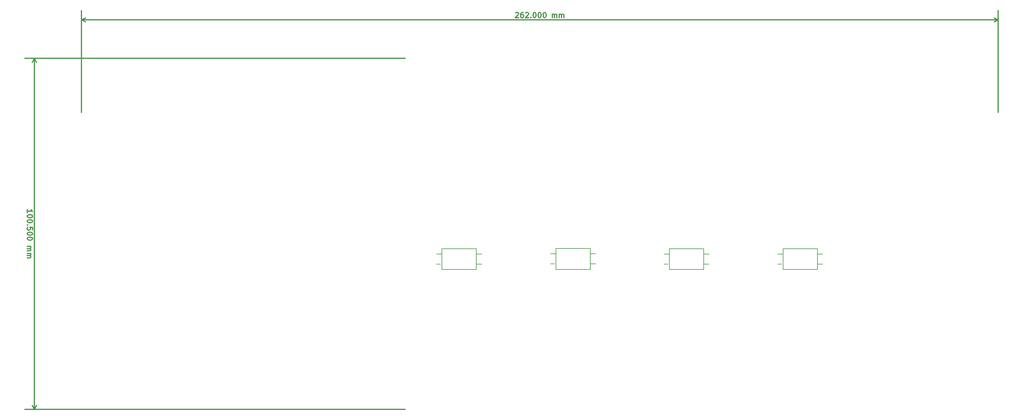
<source format=gbr>
G04 #@! TF.FileFunction,Drawing*
%FSLAX46Y46*%
G04 Gerber Fmt 4.6, Leading zero omitted, Abs format (unit mm)*
G04 Created by KiCad (PCBNEW (2015-02-24 BZR 5451)-product) date Thu 12 Mar 2015 11:25:46 PM EDT*
%MOMM*%
G01*
G04 APERTURE LIST*
%ADD10C,0.100000*%
%ADD11C,0.300000*%
%ADD12C,0.200000*%
G04 APERTURE END LIST*
D10*
D11*
X5471429Y-91178573D02*
X5471429Y-90321430D01*
X5471429Y-90750002D02*
X6971429Y-90750002D01*
X6757143Y-90607145D01*
X6614286Y-90464287D01*
X6542857Y-90321430D01*
X6971429Y-92107144D02*
X6971429Y-92250001D01*
X6900000Y-92392858D01*
X6828571Y-92464287D01*
X6685714Y-92535716D01*
X6400000Y-92607144D01*
X6042857Y-92607144D01*
X5757143Y-92535716D01*
X5614286Y-92464287D01*
X5542857Y-92392858D01*
X5471429Y-92250001D01*
X5471429Y-92107144D01*
X5542857Y-91964287D01*
X5614286Y-91892858D01*
X5757143Y-91821430D01*
X6042857Y-91750001D01*
X6400000Y-91750001D01*
X6685714Y-91821430D01*
X6828571Y-91892858D01*
X6900000Y-91964287D01*
X6971429Y-92107144D01*
X6971429Y-93535715D02*
X6971429Y-93678572D01*
X6900000Y-93821429D01*
X6828571Y-93892858D01*
X6685714Y-93964287D01*
X6400000Y-94035715D01*
X6042857Y-94035715D01*
X5757143Y-93964287D01*
X5614286Y-93892858D01*
X5542857Y-93821429D01*
X5471429Y-93678572D01*
X5471429Y-93535715D01*
X5542857Y-93392858D01*
X5614286Y-93321429D01*
X5757143Y-93250001D01*
X6042857Y-93178572D01*
X6400000Y-93178572D01*
X6685714Y-93250001D01*
X6828571Y-93321429D01*
X6900000Y-93392858D01*
X6971429Y-93535715D01*
X5614286Y-94678572D02*
X5542857Y-94750000D01*
X5471429Y-94678572D01*
X5542857Y-94607143D01*
X5614286Y-94678572D01*
X5471429Y-94678572D01*
X6971429Y-96107144D02*
X6971429Y-95392858D01*
X6257143Y-95321429D01*
X6328571Y-95392858D01*
X6400000Y-95535715D01*
X6400000Y-95892858D01*
X6328571Y-96035715D01*
X6257143Y-96107144D01*
X6114286Y-96178572D01*
X5757143Y-96178572D01*
X5614286Y-96107144D01*
X5542857Y-96035715D01*
X5471429Y-95892858D01*
X5471429Y-95535715D01*
X5542857Y-95392858D01*
X5614286Y-95321429D01*
X6971429Y-97107143D02*
X6971429Y-97250000D01*
X6900000Y-97392857D01*
X6828571Y-97464286D01*
X6685714Y-97535715D01*
X6400000Y-97607143D01*
X6042857Y-97607143D01*
X5757143Y-97535715D01*
X5614286Y-97464286D01*
X5542857Y-97392857D01*
X5471429Y-97250000D01*
X5471429Y-97107143D01*
X5542857Y-96964286D01*
X5614286Y-96892857D01*
X5757143Y-96821429D01*
X6042857Y-96750000D01*
X6400000Y-96750000D01*
X6685714Y-96821429D01*
X6828571Y-96892857D01*
X6900000Y-96964286D01*
X6971429Y-97107143D01*
X6971429Y-98535714D02*
X6971429Y-98678571D01*
X6900000Y-98821428D01*
X6828571Y-98892857D01*
X6685714Y-98964286D01*
X6400000Y-99035714D01*
X6042857Y-99035714D01*
X5757143Y-98964286D01*
X5614286Y-98892857D01*
X5542857Y-98821428D01*
X5471429Y-98678571D01*
X5471429Y-98535714D01*
X5542857Y-98392857D01*
X5614286Y-98321428D01*
X5757143Y-98250000D01*
X6042857Y-98178571D01*
X6400000Y-98178571D01*
X6685714Y-98250000D01*
X6828571Y-98321428D01*
X6900000Y-98392857D01*
X6971429Y-98535714D01*
X5471429Y-100821428D02*
X6471429Y-100821428D01*
X6328571Y-100821428D02*
X6400000Y-100892856D01*
X6471429Y-101035714D01*
X6471429Y-101249999D01*
X6400000Y-101392856D01*
X6257143Y-101464285D01*
X5471429Y-101464285D01*
X6257143Y-101464285D02*
X6400000Y-101535714D01*
X6471429Y-101678571D01*
X6471429Y-101892856D01*
X6400000Y-102035714D01*
X6257143Y-102107142D01*
X5471429Y-102107142D01*
X5471429Y-102821428D02*
X6471429Y-102821428D01*
X6328571Y-102821428D02*
X6400000Y-102892856D01*
X6471429Y-103035714D01*
X6471429Y-103249999D01*
X6400000Y-103392856D01*
X6257143Y-103464285D01*
X5471429Y-103464285D01*
X6257143Y-103464285D02*
X6400000Y-103535714D01*
X6471429Y-103678571D01*
X6471429Y-103892856D01*
X6400000Y-104035714D01*
X6257143Y-104107142D01*
X5471429Y-104107142D01*
X7500000Y-47000000D02*
X7500000Y-147500000D01*
X113500000Y-47000000D02*
X4800000Y-47000000D01*
X113500000Y-147500000D02*
X4800000Y-147500000D01*
X7500000Y-147500000D02*
X6913579Y-146373496D01*
X7500000Y-147500000D02*
X8086421Y-146373496D01*
X7500000Y-47000000D02*
X6913579Y-48126504D01*
X7500000Y-47000000D02*
X8086421Y-48126504D01*
X145071430Y-33971430D02*
X145142859Y-33900001D01*
X145285716Y-33828572D01*
X145642859Y-33828572D01*
X145785716Y-33900001D01*
X145857145Y-33971430D01*
X145928573Y-34114287D01*
X145928573Y-34257144D01*
X145857145Y-34471430D01*
X145000002Y-35328572D01*
X145928573Y-35328572D01*
X147214287Y-33828572D02*
X146928573Y-33828572D01*
X146785716Y-33900001D01*
X146714287Y-33971430D01*
X146571430Y-34185715D01*
X146500001Y-34471430D01*
X146500001Y-35042858D01*
X146571430Y-35185715D01*
X146642858Y-35257144D01*
X146785716Y-35328572D01*
X147071430Y-35328572D01*
X147214287Y-35257144D01*
X147285716Y-35185715D01*
X147357144Y-35042858D01*
X147357144Y-34685715D01*
X147285716Y-34542858D01*
X147214287Y-34471430D01*
X147071430Y-34400001D01*
X146785716Y-34400001D01*
X146642858Y-34471430D01*
X146571430Y-34542858D01*
X146500001Y-34685715D01*
X147928572Y-33971430D02*
X148000001Y-33900001D01*
X148142858Y-33828572D01*
X148500001Y-33828572D01*
X148642858Y-33900001D01*
X148714287Y-33971430D01*
X148785715Y-34114287D01*
X148785715Y-34257144D01*
X148714287Y-34471430D01*
X147857144Y-35328572D01*
X148785715Y-35328572D01*
X149428572Y-35185715D02*
X149500000Y-35257144D01*
X149428572Y-35328572D01*
X149357143Y-35257144D01*
X149428572Y-35185715D01*
X149428572Y-35328572D01*
X150428572Y-33828572D02*
X150571429Y-33828572D01*
X150714286Y-33900001D01*
X150785715Y-33971430D01*
X150857144Y-34114287D01*
X150928572Y-34400001D01*
X150928572Y-34757144D01*
X150857144Y-35042858D01*
X150785715Y-35185715D01*
X150714286Y-35257144D01*
X150571429Y-35328572D01*
X150428572Y-35328572D01*
X150285715Y-35257144D01*
X150214286Y-35185715D01*
X150142858Y-35042858D01*
X150071429Y-34757144D01*
X150071429Y-34400001D01*
X150142858Y-34114287D01*
X150214286Y-33971430D01*
X150285715Y-33900001D01*
X150428572Y-33828572D01*
X151857143Y-33828572D02*
X152000000Y-33828572D01*
X152142857Y-33900001D01*
X152214286Y-33971430D01*
X152285715Y-34114287D01*
X152357143Y-34400001D01*
X152357143Y-34757144D01*
X152285715Y-35042858D01*
X152214286Y-35185715D01*
X152142857Y-35257144D01*
X152000000Y-35328572D01*
X151857143Y-35328572D01*
X151714286Y-35257144D01*
X151642857Y-35185715D01*
X151571429Y-35042858D01*
X151500000Y-34757144D01*
X151500000Y-34400001D01*
X151571429Y-34114287D01*
X151642857Y-33971430D01*
X151714286Y-33900001D01*
X151857143Y-33828572D01*
X153285714Y-33828572D02*
X153428571Y-33828572D01*
X153571428Y-33900001D01*
X153642857Y-33971430D01*
X153714286Y-34114287D01*
X153785714Y-34400001D01*
X153785714Y-34757144D01*
X153714286Y-35042858D01*
X153642857Y-35185715D01*
X153571428Y-35257144D01*
X153428571Y-35328572D01*
X153285714Y-35328572D01*
X153142857Y-35257144D01*
X153071428Y-35185715D01*
X153000000Y-35042858D01*
X152928571Y-34757144D01*
X152928571Y-34400001D01*
X153000000Y-34114287D01*
X153071428Y-33971430D01*
X153142857Y-33900001D01*
X153285714Y-33828572D01*
X155571428Y-35328572D02*
X155571428Y-34328572D01*
X155571428Y-34471430D02*
X155642856Y-34400001D01*
X155785714Y-34328572D01*
X155999999Y-34328572D01*
X156142856Y-34400001D01*
X156214285Y-34542858D01*
X156214285Y-35328572D01*
X156214285Y-34542858D02*
X156285714Y-34400001D01*
X156428571Y-34328572D01*
X156642856Y-34328572D01*
X156785714Y-34400001D01*
X156857142Y-34542858D01*
X156857142Y-35328572D01*
X157571428Y-35328572D02*
X157571428Y-34328572D01*
X157571428Y-34471430D02*
X157642856Y-34400001D01*
X157785714Y-34328572D01*
X157999999Y-34328572D01*
X158142856Y-34400001D01*
X158214285Y-34542858D01*
X158214285Y-35328572D01*
X158214285Y-34542858D02*
X158285714Y-34400001D01*
X158428571Y-34328572D01*
X158642856Y-34328572D01*
X158785714Y-34400001D01*
X158857142Y-34542858D01*
X158857142Y-35328572D01*
X283000000Y-36000001D02*
X21000000Y-36000001D01*
X283000000Y-62500000D02*
X283000000Y-33300001D01*
X21000000Y-62500000D02*
X21000000Y-33300001D01*
X21000000Y-36000001D02*
X22126504Y-35413580D01*
X21000000Y-36000001D02*
X22126504Y-36586422D01*
X283000000Y-36000001D02*
X281873496Y-35413580D01*
X283000000Y-36000001D02*
X281873496Y-36586422D01*
D12*
X135400000Y-105900000D02*
X133850000Y-105900000D01*
X135400000Y-103000000D02*
X133850000Y-103000000D01*
X122500000Y-105900000D02*
X123625000Y-105900000D01*
X122500000Y-103000000D02*
X124050000Y-103000000D01*
X133850000Y-107450000D02*
X133850000Y-101450000D01*
X124050000Y-101450000D02*
X124050000Y-107450000D01*
X124050000Y-107450000D02*
X133850000Y-107450000D01*
X124050000Y-101450000D02*
X133850000Y-101450000D01*
X167950000Y-105850000D02*
X166400000Y-105850000D01*
X167950000Y-102950000D02*
X166400000Y-102950000D01*
X155050000Y-105850000D02*
X156175000Y-105850000D01*
X155050000Y-102950000D02*
X156600000Y-102950000D01*
X166400000Y-107400000D02*
X166400000Y-101400000D01*
X156600000Y-101400000D02*
X156600000Y-107400000D01*
X156600000Y-107400000D02*
X166400000Y-107400000D01*
X156600000Y-101400000D02*
X166400000Y-101400000D01*
X200400000Y-105900000D02*
X198850000Y-105900000D01*
X200400000Y-103000000D02*
X198850000Y-103000000D01*
X187500000Y-105900000D02*
X188625000Y-105900000D01*
X187500000Y-103000000D02*
X189050000Y-103000000D01*
X198850000Y-107450000D02*
X198850000Y-101450000D01*
X189050000Y-101450000D02*
X189050000Y-107450000D01*
X189050000Y-107450000D02*
X198850000Y-107450000D01*
X189050000Y-101450000D02*
X198850000Y-101450000D01*
X232900000Y-105900000D02*
X231350000Y-105900000D01*
X232900000Y-103000000D02*
X231350000Y-103000000D01*
X220000000Y-105900000D02*
X221125000Y-105900000D01*
X220000000Y-103000000D02*
X221550000Y-103000000D01*
X231350000Y-107450000D02*
X231350000Y-101450000D01*
X221550000Y-101450000D02*
X221550000Y-107450000D01*
X221550000Y-107450000D02*
X231350000Y-107450000D01*
X221550000Y-101450000D02*
X231350000Y-101450000D01*
M02*

</source>
